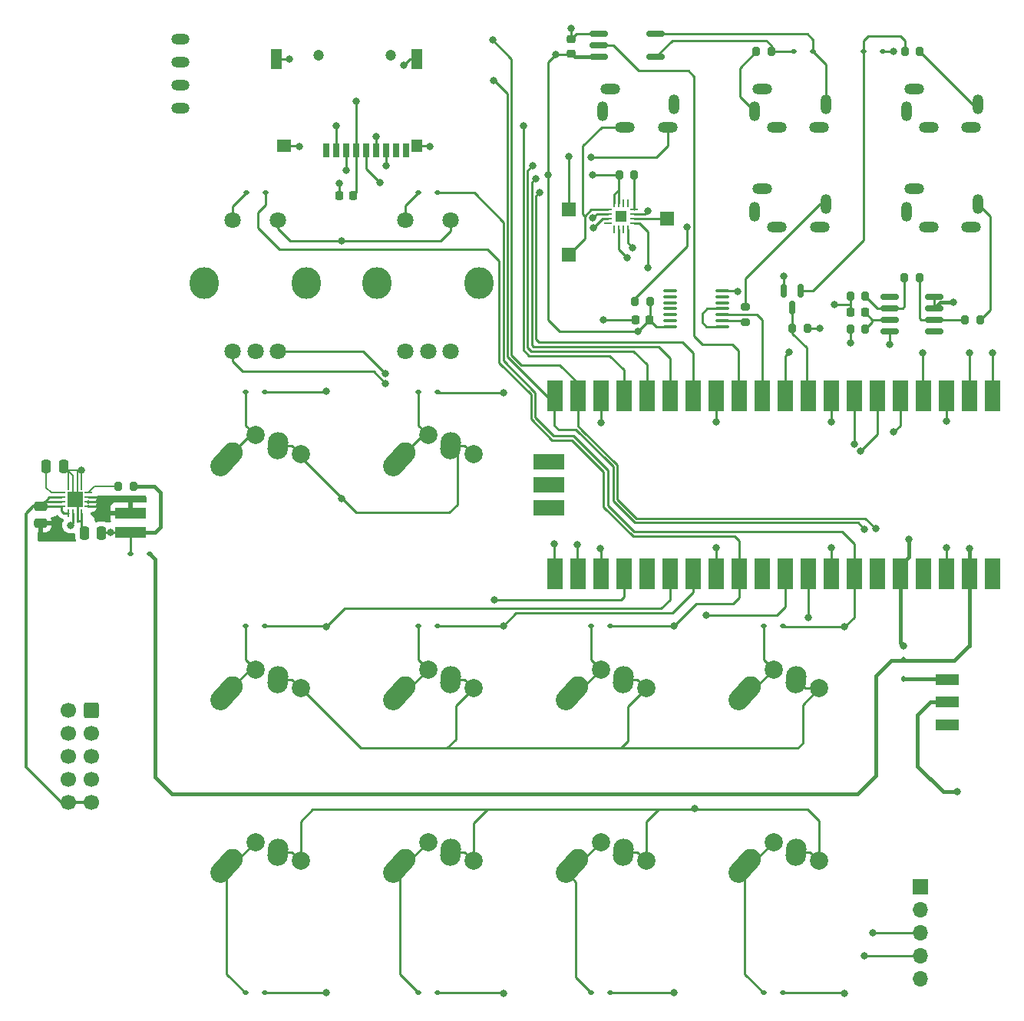
<source format=gbr>
%TF.GenerationSoftware,KiCad,Pcbnew,7.0.2*%
%TF.CreationDate,2023-07-23T02:14:46-06:00*%
%TF.ProjectId,dc31,64633331-2e6b-4696-9361-645f70636258,1.1*%
%TF.SameCoordinates,Original*%
%TF.FileFunction,Copper,L1,Top*%
%TF.FilePolarity,Positive*%
%FSLAX46Y46*%
G04 Gerber Fmt 4.6, Leading zero omitted, Abs format (unit mm)*
G04 Created by KiCad (PCBNEW 7.0.2) date 2023-07-23 02:14:46*
%MOMM*%
%LPD*%
G01*
G04 APERTURE LIST*
G04 Aperture macros list*
%AMRoundRect*
0 Rectangle with rounded corners*
0 $1 Rounding radius*
0 $2 $3 $4 $5 $6 $7 $8 $9 X,Y pos of 4 corners*
0 Add a 4 corners polygon primitive as box body*
4,1,4,$2,$3,$4,$5,$6,$7,$8,$9,$2,$3,0*
0 Add four circle primitives for the rounded corners*
1,1,$1+$1,$2,$3*
1,1,$1+$1,$4,$5*
1,1,$1+$1,$6,$7*
1,1,$1+$1,$8,$9*
0 Add four rect primitives between the rounded corners*
20,1,$1+$1,$2,$3,$4,$5,0*
20,1,$1+$1,$4,$5,$6,$7,0*
20,1,$1+$1,$6,$7,$8,$9,0*
20,1,$1+$1,$8,$9,$2,$3,0*%
%AMHorizOval*
0 Thick line with rounded ends*
0 $1 width*
0 $2 $3 position (X,Y) of the first rounded end (center of the circle)*
0 $4 $5 position (X,Y) of the second rounded end (center of the circle)*
0 Add line between two ends*
20,1,$1,$2,$3,$4,$5,0*
0 Add two circle primitives to create the rounded ends*
1,1,$1,$2,$3*
1,1,$1,$4,$5*%
G04 Aperture macros list end*
%TA.AperFunction,ComponentPad*%
%ADD10O,1.200000X2.200000*%
%TD*%
%TA.AperFunction,ComponentPad*%
%ADD11O,2.200000X1.200000*%
%TD*%
%TA.AperFunction,ComponentPad*%
%ADD12C,2.000000*%
%TD*%
%TA.AperFunction,ComponentPad*%
%ADD13C,2.250000*%
%TD*%
%TA.AperFunction,ComponentPad*%
%ADD14HorizOval,2.250000X0.654995X0.730004X-0.654995X-0.730004X0*%
%TD*%
%TA.AperFunction,ComponentPad*%
%ADD15HorizOval,2.250000X0.025506X0.374132X-0.025506X-0.374132X0*%
%TD*%
%TA.AperFunction,SMDPad,CuDef*%
%ADD16RoundRect,0.112500X0.187500X0.112500X-0.187500X0.112500X-0.187500X-0.112500X0.187500X-0.112500X0*%
%TD*%
%TA.AperFunction,SMDPad,CuDef*%
%ADD17RoundRect,0.200000X0.200000X0.275000X-0.200000X0.275000X-0.200000X-0.275000X0.200000X-0.275000X0*%
%TD*%
%TA.AperFunction,ComponentPad*%
%ADD18C,1.800000*%
%TD*%
%TA.AperFunction,ComponentPad*%
%ADD19O,3.200000X3.500000*%
%TD*%
%TA.AperFunction,SMDPad,CuDef*%
%ADD20RoundRect,0.200000X-0.200000X-0.275000X0.200000X-0.275000X0.200000X0.275000X-0.200000X0.275000X0*%
%TD*%
%TA.AperFunction,SMDPad,CuDef*%
%ADD21RoundRect,0.250000X-0.250000X-0.475000X0.250000X-0.475000X0.250000X0.475000X-0.250000X0.475000X0*%
%TD*%
%TA.AperFunction,ComponentPad*%
%ADD22R,1.700000X1.700000*%
%TD*%
%TA.AperFunction,ComponentPad*%
%ADD23O,1.700000X1.700000*%
%TD*%
%TA.AperFunction,SMDPad,CuDef*%
%ADD24R,3.500000X1.700000*%
%TD*%
%TA.AperFunction,SMDPad,CuDef*%
%ADD25R,1.700000X3.500000*%
%TD*%
%TA.AperFunction,SMDPad,CuDef*%
%ADD26RoundRect,0.160000X0.840000X0.160000X-0.840000X0.160000X-0.840000X-0.160000X0.840000X-0.160000X0*%
%TD*%
%TA.AperFunction,SMDPad,CuDef*%
%ADD27RoundRect,0.225000X0.250000X-0.225000X0.250000X0.225000X-0.250000X0.225000X-0.250000X-0.225000X0*%
%TD*%
%TA.AperFunction,SMDPad,CuDef*%
%ADD28RoundRect,0.150000X-0.150000X0.587500X-0.150000X-0.587500X0.150000X-0.587500X0.150000X0.587500X0*%
%TD*%
%TA.AperFunction,SMDPad,CuDef*%
%ADD29RoundRect,0.150000X-0.825000X-0.150000X0.825000X-0.150000X0.825000X0.150000X-0.825000X0.150000X0*%
%TD*%
%TA.AperFunction,SMDPad,CuDef*%
%ADD30R,3.400000X1.300000*%
%TD*%
%TA.AperFunction,SMDPad,CuDef*%
%ADD31R,1.500000X1.500000*%
%TD*%
%TA.AperFunction,SMDPad,CuDef*%
%ADD32RoundRect,0.112500X-0.112500X0.187500X-0.112500X-0.187500X0.112500X-0.187500X0.112500X0.187500X0*%
%TD*%
%TA.AperFunction,SMDPad,CuDef*%
%ADD33RoundRect,0.225000X0.225000X0.250000X-0.225000X0.250000X-0.225000X-0.250000X0.225000X-0.250000X0*%
%TD*%
%TA.AperFunction,ComponentPad*%
%ADD34C,0.500000*%
%TD*%
%TA.AperFunction,SMDPad,CuDef*%
%ADD35R,1.680000X1.680000*%
%TD*%
%TA.AperFunction,SMDPad,CuDef*%
%ADD36RoundRect,0.062500X0.062500X0.350000X-0.062500X0.350000X-0.062500X-0.350000X0.062500X-0.350000X0*%
%TD*%
%TA.AperFunction,SMDPad,CuDef*%
%ADD37RoundRect,0.062500X0.350000X0.062500X-0.350000X0.062500X-0.350000X-0.062500X0.350000X-0.062500X0*%
%TD*%
%TA.AperFunction,SMDPad,CuDef*%
%ADD38R,2.500000X1.250000*%
%TD*%
%TA.AperFunction,SMDPad,CuDef*%
%ADD39RoundRect,0.112500X-0.187500X-0.112500X0.187500X-0.112500X0.187500X0.112500X-0.187500X0.112500X0*%
%TD*%
%TA.AperFunction,SMDPad,CuDef*%
%ADD40RoundRect,0.200000X-0.275000X0.200000X-0.275000X-0.200000X0.275000X-0.200000X0.275000X0.200000X0*%
%TD*%
%TA.AperFunction,SMDPad,CuDef*%
%ADD41R,1.230000X1.230000*%
%TD*%
%TA.AperFunction,SMDPad,CuDef*%
%ADD42RoundRect,0.100000X0.637500X0.100000X-0.637500X0.100000X-0.637500X-0.100000X0.637500X-0.100000X0*%
%TD*%
%TA.AperFunction,SMDPad,CuDef*%
%ADD43R,1.200000X2.200000*%
%TD*%
%TA.AperFunction,SMDPad,CuDef*%
%ADD44R,1.600000X1.400000*%
%TD*%
%TA.AperFunction,SMDPad,CuDef*%
%ADD45R,1.200000X1.400000*%
%TD*%
%TA.AperFunction,SMDPad,CuDef*%
%ADD46R,0.700000X1.600000*%
%TD*%
%TA.AperFunction,WasherPad*%
%ADD47C,1.200000*%
%TD*%
%TA.AperFunction,ComponentPad*%
%ADD48O,2.000000X1.200000*%
%TD*%
%TA.AperFunction,SMDPad,CuDef*%
%ADD49RoundRect,0.250000X-0.475000X0.250000X-0.475000X-0.250000X0.475000X-0.250000X0.475000X0.250000X0*%
%TD*%
%TA.AperFunction,SMDPad,CuDef*%
%ADD50RoundRect,0.250000X0.250000X0.475000X-0.250000X0.475000X-0.250000X-0.475000X0.250000X-0.475000X0*%
%TD*%
%TA.AperFunction,SMDPad,CuDef*%
%ADD51RoundRect,0.225000X-0.225000X-0.250000X0.225000X-0.250000X0.225000X0.250000X-0.225000X0.250000X0*%
%TD*%
%TA.AperFunction,ComponentPad*%
%ADD52RoundRect,0.250000X0.600000X0.600000X-0.600000X0.600000X-0.600000X-0.600000X0.600000X-0.600000X0*%
%TD*%
%TA.AperFunction,ComponentPad*%
%ADD53C,1.700000*%
%TD*%
%TA.AperFunction,ViaPad*%
%ADD54C,0.800000*%
%TD*%
%TA.AperFunction,Conductor*%
%ADD55C,0.254000*%
%TD*%
%TA.AperFunction,Conductor*%
%ADD56C,0.203200*%
%TD*%
%TA.AperFunction,Conductor*%
%ADD57C,0.381000*%
%TD*%
%TA.AperFunction,Conductor*%
%ADD58C,0.304800*%
%TD*%
G04 APERTURE END LIST*
D10*
%TO.P,J8,1*%
%TO.N,Net-(U3-OUTN)*%
X162025895Y-51610000D03*
D11*
%TO.P,J8,2*%
%TO.N,unconnected-(J8-Pad2)*%
X162875895Y-49090000D03*
%TO.P,J8,3*%
%TO.N,Net-(J8-Pad3)*%
X169175895Y-53330000D03*
D10*
%TO.P,J8,4*%
%TO.N,Net-(U3-OUTN)*%
X169925895Y-50810000D03*
D11*
%TO.P,J8,5*%
%TO.N,Net-(U3-OUTP)*%
X164475895Y-53330000D03*
%TD*%
D10*
%TO.P,J6,1*%
%TO.N,Net-(J6-Pad1)*%
X178780000Y-62620000D03*
D11*
%TO.P,J6,2*%
%TO.N,unconnected-(J6-Pad2)*%
X179630000Y-60100000D03*
%TO.P,J6,3*%
%TO.N,unconnected-(J6-Pad3)*%
X185930000Y-64340000D03*
D10*
%TO.P,J6,4*%
%TO.N,Net-(J6-Pad4)*%
X186680000Y-61820000D03*
D11*
%TO.P,J6,5*%
%TO.N,GND*%
X181230000Y-64340000D03*
%TD*%
D10*
%TO.P,J5,1*%
%TO.N,Net-(J5-Pad1)*%
X178770000Y-51610000D03*
D11*
%TO.P,J5,2*%
%TO.N,unconnected-(J5-Pad2)*%
X179620000Y-49090000D03*
%TO.P,J5,3*%
%TO.N,unconnected-(J5-Pad3)*%
X185920000Y-53330000D03*
D10*
%TO.P,J5,4*%
%TO.N,Net-(D16-A)*%
X186670000Y-50810000D03*
D11*
%TO.P,J5,5*%
%TO.N,unconnected-(J5-Pad5)*%
X181220000Y-53330000D03*
%TD*%
D10*
%TO.P,J4,1*%
%TO.N,unconnected-(J4-Pad1)*%
X195514105Y-51610000D03*
D11*
%TO.P,J4,2*%
%TO.N,unconnected-(J4-Pad2)*%
X196364105Y-49090000D03*
%TO.P,J4,3*%
%TO.N,unconnected-(J4-Pad3)*%
X202664105Y-53330000D03*
D10*
%TO.P,J4,4*%
%TO.N,Net-(J4-Pad4)*%
X203414105Y-50810000D03*
D11*
%TO.P,J4,5*%
%TO.N,GND*%
X197964105Y-53330000D03*
%TD*%
D10*
%TO.P,J2,1*%
%TO.N,unconnected-(J2-Pad1)*%
X195514105Y-62630000D03*
D11*
%TO.P,J2,2*%
%TO.N,unconnected-(J2-Pad2)*%
X196364105Y-60110000D03*
%TO.P,J2,3*%
%TO.N,unconnected-(J2-Pad3)*%
X202664105Y-64350000D03*
D10*
%TO.P,J2,4*%
%TO.N,Net-(J2-Pad4)*%
X203414105Y-61830000D03*
D11*
%TO.P,J2,5*%
%TO.N,GND*%
X197964105Y-64350000D03*
%TD*%
D12*
%TO.P,SW1,2,2*%
%TO.N,Net-(D1-A)*%
X123710000Y-113180000D03*
D13*
X121210000Y-115080000D03*
D14*
X120554995Y-115809996D03*
D12*
%TO.P,SW1,1,1*%
%TO.N,C0*%
X128710000Y-115280000D03*
D15*
X126220000Y-114330000D03*
%TD*%
D16*
%TO.P,D11,1,K*%
%TO.N,R2*%
X124837500Y-60540000D03*
%TO.P,D11,2,A*%
%TO.N,ENC1_SW*%
X122737500Y-60540000D03*
%TD*%
D17*
%TO.P,R5,2*%
%TO.N,Net-(D13-K)*%
X195365000Y-44980000D03*
%TO.P,R5,1*%
%TO.N,Net-(J4-Pad4)*%
X197015000Y-44980000D03*
%TD*%
D18*
%TO.P,SW12,S2,S2*%
%TO.N,C2*%
X145260000Y-63560000D03*
%TO.P,SW12,S1,S1*%
%TO.N,ENC2_SW*%
X140260000Y-63560000D03*
%TO.P,SW12,C,C*%
%TO.N,GND*%
X142760000Y-78060000D03*
%TO.P,SW12,B,B*%
%TO.N,ENC2_B*%
X145260000Y-78060000D03*
%TO.P,SW12,A,A*%
%TO.N,ENC2_A*%
X140260000Y-78060000D03*
D19*
%TO.P,SW12,1*%
%TO.N,N/C*%
X148360000Y-70560000D03*
X137160000Y-70560000D03*
%TD*%
D20*
%TO.P,R11,1*%
%TO.N,Net-(U6-PG)*%
X108625000Y-92990000D03*
%TO.P,R11,2*%
%TO.N,+5V*%
X110275000Y-92990000D03*
%TD*%
D21*
%TO.P,C3,1*%
%TO.N,Net-(U6-SS{slash}TR)*%
X100640000Y-90750000D03*
%TO.P,C3,2*%
%TO.N,GND*%
X102540000Y-90750000D03*
%TD*%
D16*
%TO.P,D2,1,K*%
%TO.N,R1*%
X143787500Y-108380000D03*
%TO.P,D2,2,A*%
%TO.N,Net-(D2-A)*%
X141687500Y-108380000D03*
%TD*%
D22*
%TO.P,J3,1,Pin_1*%
%TO.N,+3V3*%
X197070000Y-137139600D03*
D23*
%TO.P,J3,2,Pin_2*%
%TO.N,GND*%
X197070000Y-139679600D03*
%TO.P,J3,3,Pin_3*%
%TO.N,SDA*%
X197070000Y-142219600D03*
%TO.P,J3,4,Pin_4*%
%TO.N,SCL*%
X197070000Y-144759600D03*
%TO.P,J3,5,Pin_5*%
%TO.N,RGB*%
X197070000Y-147299600D03*
%TD*%
D24*
%TO.P,U1,43,SWDIO*%
%TO.N,unconnected-(U1-SWDIO-Pad43)*%
X156070000Y-95350000D03*
%TO.P,U1,42,GND*%
%TO.N,unconnected-(U1-GND-Pad42)*%
X156070000Y-92810000D03*
%TO.P,U1,41,SWCLK*%
%TO.N,unconnected-(U1-SWCLK-Pad41)*%
X156070000Y-90270000D03*
D25*
%TO.P,U1,40,VBUS*%
%TO.N,unconnected-(U1-VBUS-Pad40)*%
X205000000Y-102600000D03*
%TO.P,U1,39,VSYS*%
%TO.N,VCC*%
X202460000Y-102600000D03*
%TO.P,U1,38,GND*%
%TO.N,GND*%
X199920000Y-102600000D03*
%TO.P,U1,37,3V3_EN*%
%TO.N,unconnected-(U1-3V3_EN-Pad37)*%
X197380000Y-102600000D03*
%TO.P,U1,36,3V3*%
%TO.N,+3V3*%
X194840000Y-102600000D03*
%TO.P,U1,35,ADC_VREF*%
%TO.N,unconnected-(U1-ADC_VREF-Pad35)*%
X192300000Y-102600000D03*
%TO.P,U1,34,GPIO28_ADC2*%
%TO.N,R3*%
X189760000Y-102600000D03*
%TO.P,U1,33,AGND*%
%TO.N,GND*%
X187220000Y-102600000D03*
%TO.P,U1,32,GPIO27_ADC1*%
%TO.N,C0*%
X184680000Y-102600000D03*
%TO.P,U1,31,GPIO26_ADC0*%
%TO.N,C1*%
X182140000Y-102600000D03*
%TO.P,U1,30,RUN*%
%TO.N,unconnected-(U1-RUN-Pad30)*%
X179600000Y-102600000D03*
%TO.P,U1,29,GPIO22*%
%TO.N,R2*%
X177060000Y-102600000D03*
%TO.P,U1,28,GND*%
%TO.N,GND*%
X174520000Y-102600000D03*
%TO.P,U1,27,GPIO21*%
%TO.N,R1*%
X171980000Y-102600000D03*
%TO.P,U1,26,GPIO20*%
%TO.N,R0*%
X169440000Y-102600000D03*
%TO.P,U1,25,GPIO19*%
%TO.N,unconnected-(U1-GPIO19-Pad25)*%
X166900000Y-102600000D03*
%TO.P,U1,24,GPIO18*%
%TO.N,C2*%
X164360000Y-102600000D03*
%TO.P,U1,23,GND*%
%TO.N,GND*%
X161820000Y-102600000D03*
%TO.P,U1,22,GPIO17*%
%TO.N,ENC1_B*%
X159280000Y-102600000D03*
%TO.P,U1,21,GPIO16*%
%TO.N,ENC1_A*%
X156740000Y-102600000D03*
%TO.P,U1,20,GPIO15*%
%TO.N,SCL*%
X156740000Y-83020000D03*
%TO.P,U1,19,GPIO14*%
%TO.N,SDA*%
X159280000Y-83020000D03*
%TO.P,U1,18,GND*%
%TO.N,GND*%
X161820000Y-83020000D03*
%TO.P,U1,17,GPIO13*%
%TO.N,SD_CS*%
X164360000Y-83020000D03*
%TO.P,U1,16,GPIO12*%
%TO.N,SD_MISO*%
X166900000Y-83020000D03*
%TO.P,U1,15,GPIO11*%
%TO.N,SD_MOSI*%
X169440000Y-83020000D03*
%TO.P,U1,14,GPIO10*%
%TO.N,SD_SCK*%
X171980000Y-83020000D03*
%TO.P,U1,13,GND*%
%TO.N,GND*%
X174520000Y-83020000D03*
%TO.P,U1,12,GPIO9*%
%TO.N,MIDI_IN*%
X177060000Y-83020000D03*
%TO.P,U1,11,GPIO8*%
%TO.N,MIDI_OUT*%
X179600000Y-83020000D03*
%TO.P,U1,10,GPIO7*%
%TO.N,SYNC_OUT*%
X182140000Y-83020000D03*
%TO.P,U1,9,GPIO6*%
%TO.N,SYNC_IN*%
X184680000Y-83020000D03*
%TO.P,U1,8,GND*%
%TO.N,GND*%
X187220000Y-83020000D03*
%TO.P,U1,7,GPIO5*%
%TO.N,ENC2_B*%
X189760000Y-83020000D03*
%TO.P,U1,6,GPIO4*%
%TO.N,ENC2_A*%
X192300000Y-83020000D03*
%TO.P,U1,5,GPIO3*%
%TO.N,RGB*%
X194840000Y-83020000D03*
%TO.P,U1,4,GPIO2*%
%TO.N,I2S_DIN*%
X197380000Y-83020000D03*
%TO.P,U1,3,GND*%
%TO.N,GND*%
X199920000Y-83020000D03*
%TO.P,U1,2,GPIO1*%
%TO.N,I2S_LRCLK*%
X202460000Y-83020000D03*
%TO.P,U1,1,GPIO0*%
%TO.N,I2S_BCLK*%
X205000000Y-83020000D03*
%TD*%
D16*
%TO.P,D14,1,K*%
%TO.N,VCC*%
X112070000Y-100410000D03*
%TO.P,D14,2,A*%
%TO.N,+5V*%
X109970000Y-100410000D03*
%TD*%
D12*
%TO.P,SW8,2,2*%
%TO.N,Net-(D8-A)*%
X180860000Y-132230000D03*
D13*
X178360000Y-134130000D03*
D14*
X177704995Y-134859996D03*
D12*
%TO.P,SW8,1,1*%
%TO.N,C1*%
X185860000Y-134330000D03*
D15*
X183370000Y-133380000D03*
%TD*%
D16*
%TO.P,D4,1,K*%
%TO.N,R3*%
X181887500Y-108380000D03*
%TO.P,D4,2,A*%
%TO.N,Net-(D4-A)*%
X179787500Y-108380000D03*
%TD*%
D26*
%TO.P,U5,1*%
%TO.N,Net-(D16-K)*%
X167870000Y-45590000D03*
%TO.P,U5,3*%
%TO.N,Net-(D16-A)*%
X167870000Y-43050000D03*
%TO.P,U5,4,GND*%
%TO.N,GND*%
X161570000Y-43050000D03*
%TO.P,U5,5*%
%TO.N,MIDI_IN*%
X161570000Y-44320000D03*
%TO.P,U5,6,VCC*%
%TO.N,+3V3*%
X161570000Y-45590000D03*
%TD*%
D27*
%TO.P,C5,1*%
%TO.N,+3V3*%
X158570000Y-45195000D03*
%TO.P,C5,2*%
%TO.N,GND*%
X158570000Y-43645000D03*
%TD*%
D20*
%TO.P,R7,1*%
%TO.N,+3V3*%
X163835000Y-58570000D03*
%TO.P,R7,2*%
%TO.N,Net-(U3-~{SD_MODE})*%
X165485000Y-58570000D03*
%TD*%
D17*
%TO.P,R2,1*%
%TO.N,Net-(R1-Pad2)*%
X196975000Y-69980000D03*
%TO.P,R2,2*%
%TO.N,Net-(U2--)*%
X195325000Y-69980000D03*
%TD*%
D28*
%TO.P,Q1,1,B*%
%TO.N,Net-(D13-K)*%
X183870000Y-71352500D03*
%TO.P,Q1,2,E*%
%TO.N,GND*%
X181970000Y-71352500D03*
%TO.P,Q1,3,C*%
%TO.N,SYNC_IN*%
X182920000Y-73227500D03*
%TD*%
D17*
%TO.P,R1,2*%
%TO.N,Net-(R1-Pad2)*%
X202000000Y-74605000D03*
%TO.P,R1,1*%
%TO.N,Net-(J2-Pad4)*%
X203650000Y-74605000D03*
%TD*%
D29*
%TO.P,U2,1,NC*%
%TO.N,unconnected-(U2-NC-Pad1)*%
X193660000Y-72050000D03*
%TO.P,U2,2,-*%
%TO.N,Net-(U2--)*%
X193660000Y-73320000D03*
%TO.P,U2,3,+*%
%TO.N,Net-(U2-+)*%
X193660000Y-74590000D03*
%TO.P,U2,4,V-*%
%TO.N,GND*%
X193660000Y-75860000D03*
%TO.P,U2,5,NC*%
%TO.N,unconnected-(U2-NC-Pad5)*%
X198610000Y-75860000D03*
%TO.P,U2,6*%
%TO.N,Net-(R1-Pad2)*%
X198610000Y-74590000D03*
%TO.P,U2,7,V+*%
%TO.N,VCC*%
X198610000Y-73320000D03*
%TO.P,U2,8,~{SHDN}*%
X198610000Y-72050000D03*
%TD*%
D12*
%TO.P,SW7,2,2*%
%TO.N,Net-(D7-A)*%
X161810000Y-132230000D03*
D13*
X159310000Y-134130000D03*
D14*
X158654995Y-134859996D03*
D12*
%TO.P,SW7,1,1*%
%TO.N,C1*%
X166810000Y-134330000D03*
D15*
X164320000Y-133380000D03*
%TD*%
D16*
%TO.P,D5,1,K*%
%TO.N,R0*%
X124737500Y-148880000D03*
%TO.P,D5,2,A*%
%TO.N,Net-(D5-A)*%
X122637500Y-148880000D03*
%TD*%
D12*
%TO.P,SW3,2,2*%
%TO.N,Net-(D3-A)*%
X161810000Y-113180000D03*
D13*
X159310000Y-115080000D03*
D14*
X158654995Y-115809996D03*
D12*
%TO.P,SW3,1,1*%
%TO.N,C0*%
X166810000Y-115280000D03*
D15*
X164320000Y-114330000D03*
%TD*%
D30*
%TO.P,L1,1*%
%TO.N,Net-(L1-Pad1)*%
X109970000Y-95930000D03*
%TO.P,L1,2*%
%TO.N,+5V*%
X109970000Y-98030000D03*
%TD*%
D31*
%TO.P,TP4,1,1*%
%TO.N,Net-(U3-OUTP)*%
X158290000Y-67370000D03*
%TD*%
D16*
%TO.P,D10,1,K*%
%TO.N,R1*%
X143810000Y-82540000D03*
%TO.P,D10,2,A*%
%TO.N,Net-(D10-A)*%
X141710000Y-82540000D03*
%TD*%
D12*
%TO.P,SW2,2,2*%
%TO.N,Net-(D2-A)*%
X142760000Y-113180000D03*
D13*
X140260000Y-115080000D03*
D14*
X139604995Y-115809996D03*
D12*
%TO.P,SW2,1,1*%
%TO.N,C0*%
X147760000Y-115280000D03*
D15*
X145270000Y-114330000D03*
%TD*%
D32*
%TO.P,D15,1,K*%
%TO.N,VCC*%
X195240000Y-112140000D03*
%TO.P,D15,2,A*%
%TO.N,Net-(D15-A)*%
X195240000Y-114240000D03*
%TD*%
D33*
%TO.P,C6,1*%
%TO.N,+3V3*%
X167180000Y-74590000D03*
%TO.P,C6,2*%
%TO.N,GND*%
X165630000Y-74590000D03*
%TD*%
D34*
%TO.P,U6,17,EP*%
%TO.N,GND*%
X103220000Y-93847500D03*
X103220000Y-95027500D03*
D35*
X103810000Y-94437500D03*
D34*
X104400000Y-93847500D03*
X104400000Y-95027500D03*
D36*
%TO.P,U6,16,PGND*%
X104560000Y-95900000D03*
%TO.P,U6,15,PGND*%
X104060000Y-95900000D03*
%TO.P,U6,14,VOS*%
%TO.N,+5V*%
X103560000Y-95900000D03*
%TO.P,U6,13,EN*%
%TO.N,+12V*%
X103060000Y-95900000D03*
D37*
%TO.P,U6,12,PVIN*%
X102347500Y-95187500D03*
%TO.P,U6,11,PVIN*%
X102347500Y-94687500D03*
%TO.P,U6,10,AVIN*%
X102347500Y-94187500D03*
%TO.P,U6,9,SS/TR*%
%TO.N,Net-(U6-SS{slash}TR)*%
X102347500Y-93687500D03*
D36*
%TO.P,U6,8,DEF*%
%TO.N,GND*%
X103060000Y-92975000D03*
%TO.P,U6,7,FSW*%
X103560000Y-92975000D03*
%TO.P,U6,6,AGND*%
X104060000Y-92975000D03*
%TO.P,U6,5,FB*%
X104560000Y-92975000D03*
D37*
%TO.P,U6,4,PG*%
%TO.N,Net-(U6-PG)*%
X105272500Y-93687500D03*
%TO.P,U6,3,SW*%
%TO.N,Net-(L1-Pad1)*%
X105272500Y-94187500D03*
%TO.P,U6,2,SW*%
X105272500Y-94687500D03*
%TO.P,U6,1,SW*%
X105272500Y-95187500D03*
%TD*%
D20*
%TO.P,R9,2*%
%TO.N,+3V3*%
X167230000Y-72550000D03*
%TO.P,R9,1*%
%TO.N,Net-(J6-Pad1)*%
X165580000Y-72550000D03*
%TD*%
D17*
%TO.P,R4,1*%
%TO.N,Net-(U2-+)*%
X190985000Y-75585000D03*
%TO.P,R4,2*%
%TO.N,SYNC_OUT*%
X189335000Y-75585000D03*
%TD*%
D31*
%TO.P,TP5,1,1*%
%TO.N,Net-(J8-Pad3)*%
X158260000Y-62420000D03*
%TD*%
D20*
%TO.P,R3,1*%
%TO.N,GND*%
X189345000Y-71995000D03*
%TO.P,R3,2*%
%TO.N,Net-(U2--)*%
X190995000Y-71995000D03*
%TD*%
%TO.P,R10,2*%
%TO.N,Net-(D16-K)*%
X180635000Y-44980000D03*
%TO.P,R10,1*%
%TO.N,Net-(J5-Pad1)*%
X178985000Y-44980000D03*
%TD*%
D12*
%TO.P,SW5,2,2*%
%TO.N,Net-(D5-A)*%
X123710000Y-132230000D03*
D13*
X121210000Y-134130000D03*
D14*
X120554995Y-134859996D03*
D12*
%TO.P,SW5,1,1*%
%TO.N,C1*%
X128710000Y-134330000D03*
D15*
X126220000Y-133380000D03*
%TD*%
D12*
%TO.P,SW9,2,2*%
%TO.N,Net-(D9-A)*%
X123710000Y-87340000D03*
D13*
X121210000Y-89240000D03*
D14*
X120554995Y-89969996D03*
D12*
%TO.P,SW9,1,1*%
%TO.N,C2*%
X128710000Y-89440000D03*
D15*
X126220000Y-88490000D03*
%TD*%
D16*
%TO.P,D8,1,K*%
%TO.N,R3*%
X181887500Y-148880000D03*
%TO.P,D8,2,A*%
%TO.N,Net-(D8-A)*%
X179787500Y-148880000D03*
%TD*%
D31*
%TO.P,TP1,1,1*%
%TO.N,Net-(U3-GAIN_SLOT)*%
X169130000Y-63410000D03*
%TD*%
D38*
%TO.P,SW14,3,C*%
%TO.N,Net-(D15-A)*%
X199985000Y-114270000D03*
%TO.P,SW14,2,B*%
%TO.N,Net-(SW14-B)*%
X199985000Y-116770000D03*
%TO.P,SW14,1,A*%
%TO.N,unconnected-(SW14-A-Pad1)*%
X199985000Y-119270000D03*
%TD*%
D39*
%TO.P,D13,1,K*%
%TO.N,Net-(D13-K)*%
X190790000Y-44980000D03*
%TO.P,D13,2,A*%
%TO.N,GND*%
X192890000Y-44980000D03*
%TD*%
D16*
%TO.P,D7,1,K*%
%TO.N,R2*%
X162837500Y-148880000D03*
%TO.P,D7,2,A*%
%TO.N,Net-(D7-A)*%
X160737500Y-148880000D03*
%TD*%
D18*
%TO.P,SW11,S2,S2*%
%TO.N,C2*%
X126210000Y-63560000D03*
%TO.P,SW11,S1,S1*%
%TO.N,ENC1_SW*%
X121210000Y-63560000D03*
%TO.P,SW11,C,C*%
%TO.N,GND*%
X123710000Y-78060000D03*
%TO.P,SW11,B,B*%
%TO.N,ENC1_B*%
X126210000Y-78060000D03*
%TO.P,SW11,A,A*%
%TO.N,ENC1_A*%
X121210000Y-78060000D03*
D19*
%TO.P,SW11,1*%
%TO.N,N/C*%
X129310000Y-70560000D03*
X118110000Y-70560000D03*
%TD*%
D40*
%TO.P,R8,2*%
%TO.N,Net-(R8-Pad2)*%
X177770000Y-74845000D03*
%TO.P,R8,1*%
%TO.N,Net-(J6-Pad4)*%
X177770000Y-73195000D03*
%TD*%
D41*
%TO.P,U3,17*%
%TO.N,N/C*%
X164020000Y-63170000D03*
D36*
%TO.P,U3,16,BCLK*%
%TO.N,I2S_BCLK*%
X164770000Y-64607500D03*
%TO.P,U3,15*%
%TO.N,N/C*%
X164270000Y-64607500D03*
%TO.P,U3,14,LRCLK*%
%TO.N,I2S_LRCLK*%
X163770000Y-64607500D03*
%TO.P,U3,13,NC*%
%TO.N,unconnected-(U3-NC-Pad13)*%
X163270000Y-64607500D03*
D37*
%TO.P,U3,12,NC*%
%TO.N,unconnected-(U3-NC-Pad12)*%
X162582500Y-63920000D03*
%TO.P,U3,11,GND*%
%TO.N,GND*%
X162582500Y-63420000D03*
%TO.P,U3,10,OUTN*%
%TO.N,Net-(U3-OUTN)*%
X162582500Y-62920000D03*
%TO.P,U3,9,OUTP*%
%TO.N,Net-(U3-OUTP)*%
X162582500Y-62420000D03*
D36*
%TO.P,U3,8,Vdd*%
%TO.N,+3V3*%
X163270000Y-61732500D03*
%TO.P,U3,7,Vdd*%
X163770000Y-61732500D03*
%TO.P,U3,6,NC*%
%TO.N,unconnected-(U3-NC-Pad6)*%
X164270000Y-61732500D03*
%TO.P,U3,5,NC*%
%TO.N,unconnected-(U3-NC-Pad5)*%
X164770000Y-61732500D03*
D37*
%TO.P,U3,4,~{SD_MODE}*%
%TO.N,Net-(U3-~{SD_MODE})*%
X165457500Y-62420000D03*
%TO.P,U3,3,GND*%
%TO.N,GND*%
X165457500Y-62920000D03*
%TO.P,U3,2,GAIN_SLOT*%
%TO.N,Net-(U3-GAIN_SLOT)*%
X165457500Y-63420000D03*
%TO.P,U3,1,DIN*%
%TO.N,I2S_DIN*%
X165457500Y-63920000D03*
%TD*%
D16*
%TO.P,D1,1,K*%
%TO.N,R0*%
X124737500Y-108380000D03*
%TO.P,D1,2,A*%
%TO.N,Net-(D1-A)*%
X122637500Y-108380000D03*
%TD*%
D39*
%TO.P,D16,1,K*%
%TO.N,Net-(D16-K)*%
X183130000Y-44980000D03*
%TO.P,D16,2,A*%
%TO.N,Net-(D16-A)*%
X185230000Y-44980000D03*
%TD*%
D42*
%TO.P,U4,14,VCC*%
%TO.N,+3V3*%
X169500000Y-75320000D03*
%TO.P,U4,13*%
%TO.N,N/C*%
X169500000Y-74670000D03*
%TO.P,U4,12*%
X169500000Y-74020000D03*
%TO.P,U4,11*%
X169500000Y-73370000D03*
%TO.P,U4,10*%
X169500000Y-72720000D03*
%TO.P,U4,9*%
X169500000Y-72070000D03*
%TO.P,U4,8*%
X169500000Y-71420000D03*
%TO.P,U4,7,GND*%
%TO.N,GND*%
X175225000Y-71420000D03*
%TO.P,U4,6*%
%TO.N,N/C*%
X175225000Y-72070000D03*
%TO.P,U4,5*%
X175225000Y-72720000D03*
%TO.P,U4,4*%
%TO.N,Net-(U4-Pad1)*%
X175225000Y-73370000D03*
%TO.P,U4,3*%
%TO.N,MIDI_OUT*%
X175225000Y-74020000D03*
%TO.P,U4,2*%
%TO.N,Net-(R8-Pad2)*%
X175225000Y-74670000D03*
%TO.P,U4,1*%
%TO.N,Net-(U4-Pad1)*%
X175225000Y-75320000D03*
%TD*%
D16*
%TO.P,D9,1,K*%
%TO.N,R0*%
X124740000Y-82530000D03*
%TO.P,D9,2,A*%
%TO.N,Net-(D9-A)*%
X122640000Y-82530000D03*
%TD*%
D12*
%TO.P,SW4,2,2*%
%TO.N,Net-(D4-A)*%
X180860000Y-113180000D03*
D13*
X178360000Y-115080000D03*
D14*
X177704995Y-115809996D03*
D12*
%TO.P,SW4,1,1*%
%TO.N,C0*%
X185860000Y-115280000D03*
D15*
X183370000Y-114330000D03*
%TD*%
D43*
%TO.P,J9,10,SHIELD*%
%TO.N,GND*%
X125990000Y-45820000D03*
D44*
X126890000Y-55420000D03*
D43*
X141490000Y-45820000D03*
D45*
X141490000Y-55420000D03*
D46*
%TO.P,J9,9,Cd*%
%TO.N,unconnected-(J9-Cd-Pad9)*%
X140340000Y-55920000D03*
%TO.P,J9,8,RSV*%
%TO.N,unconnected-(J9-RSV-Pad8)*%
X139240000Y-55920000D03*
%TO.P,J9,7,DO*%
%TO.N,SD_MISO*%
X138140000Y-55920000D03*
%TO.P,J9,6,VSS*%
%TO.N,GND*%
X137040000Y-55920000D03*
%TO.P,J9,5,CLK*%
%TO.N,SD_SCK*%
X135940000Y-55920000D03*
%TO.P,J9,4,VDD*%
%TO.N,+3V3*%
X134840000Y-55920000D03*
%TO.P,J9,3,DI*%
%TO.N,SD_MOSI*%
X133740000Y-55920000D03*
%TO.P,J9,2,/CS*%
%TO.N,SD_CS*%
X132640000Y-55920000D03*
%TO.P,J9,1,NC*%
%TO.N,unconnected-(J9-NC-Pad1)*%
X131540000Y-55920000D03*
D47*
%TO.P,J9,*%
%TO.N,*%
X130690000Y-45420000D03*
X138670000Y-45420000D03*
%TD*%
D48*
%TO.P,J1,1,Pin_1*%
%TO.N,GND*%
X115480000Y-51190000D03*
%TO.P,J1,2,Pin_2*%
%TO.N,+3V3*%
X115480000Y-48650000D03*
%TO.P,J1,3,Pin_3*%
%TO.N,SCL*%
X115480000Y-46110000D03*
%TO.P,J1,4,Pin_4*%
%TO.N,SDA*%
X115480000Y-43570000D03*
%TD*%
D49*
%TO.P,C2,1*%
%TO.N,+12V*%
X100000000Y-95160000D03*
%TO.P,C2,2*%
%TO.N,GND*%
X100000000Y-97060000D03*
%TD*%
D16*
%TO.P,D6,1,K*%
%TO.N,R1*%
X143787500Y-148880000D03*
%TO.P,D6,2,A*%
%TO.N,Net-(D6-A)*%
X141687500Y-148880000D03*
%TD*%
%TO.P,D12,1,K*%
%TO.N,R3*%
X143770000Y-60580000D03*
%TO.P,D12,2,A*%
%TO.N,ENC2_SW*%
X141670000Y-60580000D03*
%TD*%
%TO.P,D3,1,K*%
%TO.N,R2*%
X162837500Y-108380000D03*
%TO.P,D3,2,A*%
%TO.N,Net-(D3-A)*%
X160737500Y-108380000D03*
%TD*%
D50*
%TO.P,C7,1*%
%TO.N,+5V*%
X106740000Y-98120000D03*
%TO.P,C7,2*%
%TO.N,GND*%
X104840000Y-98120000D03*
%TD*%
D12*
%TO.P,SW6,2,2*%
%TO.N,Net-(D6-A)*%
X142760000Y-132230000D03*
D13*
X140260000Y-134130000D03*
D14*
X139604995Y-134859996D03*
D12*
%TO.P,SW6,1,1*%
%TO.N,C1*%
X147760000Y-134330000D03*
D15*
X145270000Y-133380000D03*
%TD*%
D51*
%TO.P,C4,1*%
%TO.N,GND*%
X132930000Y-60910000D03*
%TO.P,C4,2*%
%TO.N,+3V3*%
X134480000Y-60910000D03*
%TD*%
D20*
%TO.P,R6,1*%
%TO.N,SYNC_IN*%
X182945000Y-75530000D03*
%TO.P,R6,2*%
%TO.N,+3V3*%
X184595000Y-75530000D03*
%TD*%
D33*
%TO.P,C1,1*%
%TO.N,Net-(U2-+)*%
X190935000Y-73765000D03*
%TO.P,C1,2*%
%TO.N,GND*%
X189385000Y-73765000D03*
%TD*%
D12*
%TO.P,SW10,2,2*%
%TO.N,Net-(D10-A)*%
X142760000Y-87340000D03*
D13*
X140260000Y-89240000D03*
D14*
X139604995Y-89969996D03*
D12*
%TO.P,SW10,1,1*%
%TO.N,C2*%
X147760000Y-89440000D03*
D15*
X145270000Y-88490000D03*
%TD*%
D52*
%TO.P,J7,1,Pin_1*%
%TO.N,unconnected-(J7-Pin_1-Pad1)*%
X105587800Y-117703600D03*
D53*
%TO.P,J7,2,Pin_2*%
%TO.N,unconnected-(J7-Pin_2-Pad2)*%
X103047800Y-117703600D03*
%TO.P,J7,3,Pin_3*%
%TO.N,GND*%
X105587800Y-120243600D03*
%TO.P,J7,4,Pin_4*%
X103047800Y-120243600D03*
%TO.P,J7,5,Pin_5*%
X105587800Y-122783600D03*
%TO.P,J7,6,Pin_6*%
X103047800Y-122783600D03*
%TO.P,J7,7,Pin_7*%
X105587800Y-125323600D03*
%TO.P,J7,8,Pin_8*%
X103047800Y-125323600D03*
%TO.P,J7,9,Pin_9*%
%TO.N,+12V*%
X105587800Y-127863600D03*
%TO.P,J7,10,Pin_10*%
X103047800Y-127863600D03*
%TD*%
D54*
%TO.N,Net-(J6-Pad1)*%
X171320000Y-64350000D03*
%TO.N,Net-(J8-Pad3)*%
X160740000Y-56610000D03*
X158260000Y-56600000D03*
%TO.N,GND*%
X187210000Y-99710000D03*
X187220000Y-85860000D03*
X102620000Y-98550000D03*
X161790000Y-99810000D03*
X128550000Y-55430000D03*
X187620000Y-72910000D03*
X174540000Y-99740000D03*
X127430000Y-45810000D03*
X199920000Y-99740000D03*
X182000000Y-69730000D03*
X140070000Y-46510000D03*
X162090000Y-74580000D03*
X199920000Y-85810000D03*
X132940000Y-59490000D03*
X104560000Y-91180000D03*
X174510000Y-85890000D03*
X161810000Y-85920000D03*
X142980000Y-55440000D03*
X176890000Y-71430000D03*
X158580000Y-42400000D03*
X101530000Y-98550000D03*
X166970000Y-62580000D03*
X160960000Y-64450000D03*
X193680000Y-77330000D03*
X137040000Y-54330000D03*
X194130000Y-44980000D03*
X100480000Y-98560000D03*
%TO.N,+3V3*%
X165870000Y-75900000D03*
X185940000Y-75500000D03*
X195210000Y-110590000D03*
X155960000Y-58570000D03*
X195800000Y-98800000D03*
X134840000Y-50460000D03*
X160940000Y-58570000D03*
X156820000Y-45290000D03*
%TO.N,SD_MOSI*%
X154630000Y-58980000D03*
X133750000Y-58070000D03*
%TO.N,SD_CS*%
X153250000Y-53170000D03*
X132660000Y-53190000D03*
%TO.N,SD_SCK*%
X137490000Y-59450000D03*
X155050000Y-60550000D03*
%TO.N,SD_MISO*%
X138170000Y-57550000D03*
X154280000Y-57540000D03*
%TO.N,+5V*%
X107700000Y-98070000D03*
X103330000Y-97270000D03*
%TO.N,VCC*%
X200690000Y-72650000D03*
X202470000Y-99790000D03*
%TO.N,SCL*%
X190906400Y-144754600D03*
X149990000Y-48150000D03*
X190906400Y-97688400D03*
%TO.N,SDA*%
X149890000Y-43710000D03*
X192125600Y-97663000D03*
X191820800Y-142214600D03*
%TO.N,RGB*%
X194110000Y-86990000D03*
%TO.N,SYNC_OUT*%
X182550000Y-78130000D03*
X189320000Y-77140000D03*
%TO.N,ENC1_A*%
X138060000Y-81630000D03*
X156710000Y-99360000D03*
%TO.N,ENC1_B*%
X159220000Y-99390000D03*
X138090000Y-80560000D03*
%TO.N,I2S_BCLK*%
X165340000Y-66600000D03*
X205020000Y-78250000D03*
%TO.N,I2S_LRCLK*%
X164690000Y-67730000D03*
X202500000Y-78220000D03*
%TO.N,I2S_DIN*%
X167020000Y-68830000D03*
X197350000Y-78280000D03*
%TO.N,Net-(U3-OUTN)*%
X160950000Y-63370000D03*
%TO.N,C0*%
X184670000Y-107490000D03*
%TO.N,C1*%
X173430000Y-107220000D03*
X172160000Y-128530000D03*
%TO.N,C2*%
X133230000Y-94300000D03*
X133220000Y-65900000D03*
X150100000Y-105460000D03*
%TO.N,R3*%
X188690000Y-108480000D03*
X188690000Y-148900000D03*
%TO.N,ENC2_A*%
X190420000Y-89080000D03*
%TO.N,ENC2_B*%
X189740000Y-88310000D03*
%TO.N,R2*%
X169880000Y-108340000D03*
X169880000Y-148860000D03*
%TO.N,R1*%
X151070000Y-82600000D03*
X151070000Y-148900000D03*
X151070000Y-108340000D03*
%TO.N,R0*%
X131560000Y-148860000D03*
X131560000Y-108430000D03*
X131560000Y-82460000D03*
%TO.N,Net-(SW14-B)*%
X201142600Y-126669800D03*
%TD*%
D55*
%TO.N,Net-(J5-Pad1)*%
X177160000Y-50000000D02*
X178770000Y-51610000D01*
X177160000Y-46805000D02*
X177160000Y-50000000D01*
X178985000Y-44980000D02*
X177160000Y-46805000D01*
%TO.N,Net-(D16-A)*%
X186670000Y-46420000D02*
X186670000Y-50810000D01*
X185230000Y-44980000D02*
X186670000Y-46420000D01*
%TO.N,Net-(J4-Pad4)*%
X202845000Y-50810000D02*
X203414105Y-50810000D01*
X197015000Y-44980000D02*
X202845000Y-50810000D01*
%TO.N,Net-(J2-Pad4)*%
X204730000Y-63145895D02*
X203414105Y-61830000D01*
X203650000Y-74605000D02*
X204730000Y-73525000D01*
X204730000Y-73525000D02*
X204730000Y-63145895D01*
%TO.N,Net-(J6-Pad4)*%
X177770000Y-70050000D02*
X177770000Y-70430000D01*
X186680000Y-61820000D02*
X186000000Y-61820000D01*
X186000000Y-61820000D02*
X177770000Y-70050000D01*
%TO.N,Net-(J6-Pad1)*%
X171320000Y-66470000D02*
X171320000Y-64350000D01*
%TO.N,Net-(J8-Pad3)*%
X169175895Y-55354105D02*
X169175895Y-53330000D01*
X160740000Y-56610000D02*
X167920000Y-56610000D01*
X167920000Y-56610000D02*
X169175895Y-55354105D01*
X158260000Y-62420000D02*
X158260000Y-56600000D01*
%TO.N,Net-(U3-OUTP)*%
X161940000Y-53330000D02*
X159850000Y-55420000D01*
X159850000Y-55420000D02*
X159850000Y-62940000D01*
X164475895Y-53330000D02*
X161940000Y-53330000D01*
%TO.N,GND*%
X161820000Y-99840000D02*
X161790000Y-99810000D01*
X125990000Y-45820000D02*
X127420000Y-45820000D01*
X187220000Y-99720000D02*
X187210000Y-99710000D01*
D56*
X103560000Y-94187500D02*
X103810000Y-94437500D01*
D55*
X189385000Y-73765000D02*
X189385000Y-72870000D01*
X132930000Y-59500000D02*
X132940000Y-59490000D01*
X132930000Y-60910000D02*
X132930000Y-59500000D01*
X161820000Y-83920000D02*
X161820000Y-85910000D01*
X187220000Y-83920000D02*
X187220000Y-85860000D01*
D56*
X104060000Y-92975000D02*
X104060000Y-94187500D01*
D55*
X104060000Y-95900000D02*
X104060000Y-94687500D01*
X104560000Y-96790000D02*
X104560000Y-97840000D01*
X165650000Y-74590000D02*
X162042500Y-74590000D01*
D56*
X103060000Y-92975000D02*
X103060000Y-91270000D01*
D55*
X187220000Y-101700000D02*
X187220000Y-99720000D01*
X161820000Y-85910000D02*
X161810000Y-85920000D01*
X162000000Y-63420000D02*
X160970000Y-64450000D01*
X192890000Y-44980000D02*
X194130000Y-44980000D01*
X104560000Y-97840000D02*
X104840000Y-98120000D01*
X181970000Y-71352500D02*
X181970000Y-69760000D01*
X166630000Y-62920000D02*
X166970000Y-62580000D01*
D56*
X102990000Y-91200000D02*
X102540000Y-90750000D01*
D55*
X160970000Y-64450000D02*
X160960000Y-64450000D01*
X159165000Y-43050000D02*
X158570000Y-43645000D01*
X140760000Y-45820000D02*
X140070000Y-46510000D01*
X174520000Y-83920000D02*
X174520000Y-85880000D01*
X189385000Y-72870000D02*
X187660000Y-72870000D01*
D56*
X103060000Y-91270000D02*
X102540000Y-90750000D01*
D55*
X104560000Y-95900000D02*
X104560000Y-96790000D01*
D56*
X104560000Y-92975000D02*
X104560000Y-91200000D01*
D55*
X176900000Y-71420000D02*
X176890000Y-71430000D01*
X104060000Y-94687500D02*
X103810000Y-94437500D01*
X189385000Y-72870000D02*
X189385000Y-72035000D01*
X162582500Y-63420000D02*
X162000000Y-63420000D01*
X137040000Y-55920000D02*
X137040000Y-54330000D01*
D56*
X104060000Y-92975000D02*
X104060000Y-91280000D01*
D55*
X158570000Y-43645000D02*
X158580000Y-43635000D01*
D56*
X104060000Y-94187500D02*
X103810000Y-94437500D01*
D55*
X175225000Y-71420000D02*
X176912500Y-71420000D01*
D56*
X104560000Y-91200000D02*
X104560000Y-91180000D01*
D55*
X104560000Y-96790000D02*
X104100000Y-96790000D01*
X193660000Y-75860000D02*
X193660000Y-77310000D01*
X199920000Y-101700000D02*
X199920000Y-99740000D01*
X161820000Y-101700000D02*
X161820000Y-99840000D01*
D56*
X104560000Y-91180000D02*
X102990000Y-91200000D01*
X103560000Y-91770000D02*
X102540000Y-90750000D01*
D55*
X126890000Y-55420000D02*
X128540000Y-55420000D01*
X158580000Y-43635000D02*
X158580000Y-42400000D01*
X142960000Y-55420000D02*
X142980000Y-55440000D01*
X141490000Y-55420000D02*
X142960000Y-55420000D01*
D56*
X103560000Y-92975000D02*
X103560000Y-94187500D01*
D55*
X187660000Y-72870000D02*
X187620000Y-72910000D01*
X127420000Y-45820000D02*
X127430000Y-45810000D01*
X165457500Y-62920000D02*
X166630000Y-62920000D01*
X104060000Y-96830000D02*
X104060000Y-95900000D01*
X161570000Y-43050000D02*
X159165000Y-43050000D01*
D56*
X103560000Y-92975000D02*
X103560000Y-91770000D01*
D55*
X128540000Y-55420000D02*
X128550000Y-55430000D01*
X181970000Y-69760000D02*
X182000000Y-69730000D01*
X104100000Y-96790000D02*
X104060000Y-96830000D01*
X176912500Y-71420000D02*
X176900000Y-71420000D01*
X174520000Y-101700000D02*
X174520000Y-99760000D01*
X174520000Y-99760000D02*
X174540000Y-99740000D01*
X193660000Y-77310000D02*
X193680000Y-77330000D01*
X189385000Y-72035000D02*
X189345000Y-71995000D01*
X199920000Y-83920000D02*
X199920000Y-85810000D01*
X174520000Y-85880000D02*
X174510000Y-85890000D01*
X141490000Y-45820000D02*
X140760000Y-45820000D01*
%TO.N,+3V3*%
X163270000Y-60750000D02*
X163770000Y-60250000D01*
D57*
X194840000Y-101700000D02*
X195800000Y-100740000D01*
D55*
X134840000Y-55920000D02*
X134840000Y-60550000D01*
X156820000Y-45290000D02*
X155960000Y-46150000D01*
D57*
X195800000Y-100740000D02*
X195800000Y-98800000D01*
D55*
X163835000Y-58570000D02*
X160940000Y-58570000D01*
D57*
X194840000Y-110220000D02*
X195210000Y-110590000D01*
D55*
X163770000Y-60250000D02*
X163770000Y-58635000D01*
X165870000Y-75900000D02*
X167180000Y-74590000D01*
X185940000Y-75500000D02*
X184625000Y-75500000D01*
D57*
X194840000Y-101700000D02*
X194840000Y-110220000D01*
D55*
X163770000Y-61732500D02*
X163770000Y-60250000D01*
X184625000Y-75500000D02*
X184595000Y-75530000D01*
X155960000Y-58570000D02*
X155960000Y-74630000D01*
X157230000Y-75900000D02*
X165870000Y-75900000D01*
X167260000Y-72550000D02*
X167260000Y-74530000D01*
X163270000Y-61732500D02*
X163270000Y-60750000D01*
D57*
X161570000Y-45590000D02*
X158965000Y-45590000D01*
D55*
X155960000Y-46150000D02*
X155960000Y-58570000D01*
X167260000Y-74530000D02*
X167200000Y-74590000D01*
X156820000Y-45290000D02*
X158475000Y-45290000D01*
X158475000Y-45290000D02*
X158570000Y-45195000D01*
X169500000Y-75320000D02*
X167910000Y-75320000D01*
X134840000Y-60550000D02*
X134480000Y-60910000D01*
X155960000Y-74630000D02*
X157230000Y-75900000D01*
X134840000Y-55920000D02*
X134840000Y-50460000D01*
D57*
X158965000Y-45590000D02*
X158570000Y-45195000D01*
D55*
X167910000Y-75320000D02*
X167180000Y-74590000D01*
%TO.N,Net-(U2-+)*%
X191760000Y-74590000D02*
X190935000Y-73765000D01*
X193660000Y-74590000D02*
X191760000Y-74590000D01*
X190985000Y-75585000D02*
X191760000Y-74810000D01*
X191760000Y-74810000D02*
X191760000Y-74590000D01*
%TO.N,+12V*%
X102347500Y-95677500D02*
X102570000Y-95900000D01*
D58*
X104710000Y-127870000D02*
X102330000Y-127870000D01*
D55*
X102320000Y-95160000D02*
X100000000Y-95160000D01*
D58*
X102330000Y-127870000D02*
X98390000Y-123930000D01*
D55*
X102347500Y-95187500D02*
X102320000Y-95160000D01*
D58*
X98390000Y-95980000D02*
X99210000Y-95160000D01*
X99210000Y-95160000D02*
X100000000Y-95160000D01*
D55*
X102347500Y-95187500D02*
X102347500Y-95677500D01*
X102570000Y-95900000D02*
X103060000Y-95900000D01*
X100972500Y-94187500D02*
X100000000Y-95160000D01*
D58*
X98390000Y-123930000D02*
X98390000Y-95980000D01*
D55*
X100472500Y-94687500D02*
X100000000Y-95160000D01*
X102347500Y-94687500D02*
X100472500Y-94687500D01*
X102347500Y-94187500D02*
X100972500Y-94187500D01*
%TO.N,Net-(D10-A)*%
X142760000Y-87340000D02*
X141710000Y-86290000D01*
X141710000Y-86290000D02*
X141710000Y-82540000D01*
X142160000Y-87340000D02*
X140260000Y-89240000D01*
X142760000Y-87340000D02*
X142160000Y-87340000D01*
%TO.N,SD_MOSI*%
X168160000Y-77560000D02*
X154430000Y-77560000D01*
X154430000Y-77560000D02*
X154230000Y-77360000D01*
X169440000Y-83920000D02*
X169440000Y-78840000D01*
X133750000Y-58070000D02*
X133750000Y-55930000D01*
X169440000Y-78840000D02*
X168160000Y-77560000D01*
X154230000Y-77360000D02*
X154230000Y-59380000D01*
X154230000Y-59380000D02*
X154630000Y-58980000D01*
X133750000Y-55930000D02*
X133740000Y-55920000D01*
%TO.N,SD_CS*%
X153260000Y-53180000D02*
X153250000Y-53170000D01*
X132660000Y-53190000D02*
X132660000Y-55900000D01*
X164360000Y-80140000D02*
X162760000Y-78540000D01*
X162760000Y-78540000D02*
X153910000Y-78540000D01*
X164360000Y-83920000D02*
X164360000Y-80140000D01*
X153260000Y-77890000D02*
X153260000Y-53180000D01*
X153910000Y-78540000D02*
X153260000Y-77890000D01*
X132660000Y-55900000D02*
X132640000Y-55920000D01*
D56*
%TO.N,Net-(U6-SS{slash}TR)*%
X102347500Y-93687500D02*
X101177500Y-93687500D01*
X100640000Y-93150000D02*
X100640000Y-90750000D01*
X101177500Y-93687500D02*
X100640000Y-93150000D01*
D55*
%TO.N,SD_SCK*%
X135940000Y-55920000D02*
X135940000Y-57900000D01*
X154684000Y-60916000D02*
X155050000Y-60550000D01*
X154684000Y-76720000D02*
X154684000Y-60916000D01*
X135940000Y-57900000D02*
X137490000Y-59450000D01*
X170810000Y-77060000D02*
X155024000Y-77060000D01*
X171980000Y-83920000D02*
X171980000Y-78230000D01*
X171980000Y-78230000D02*
X170810000Y-77060000D01*
X155024000Y-77060000D02*
X154684000Y-76720000D01*
%TO.N,SD_MISO*%
X153714000Y-76960000D02*
X153714000Y-58106000D01*
X166900000Y-83920000D02*
X166900000Y-79540000D01*
X161060000Y-78050000D02*
X154134000Y-78050000D01*
X138170000Y-57550000D02*
X138170000Y-55950000D01*
X166900000Y-79540000D02*
X165410000Y-78050000D01*
X138170000Y-55950000D02*
X138140000Y-55920000D01*
X153714000Y-77630000D02*
X153714000Y-76960000D01*
X154134000Y-78050000D02*
X153714000Y-77630000D01*
X153714000Y-58106000D02*
X154280000Y-57540000D01*
X165410000Y-78050000D02*
X161060000Y-78050000D01*
%TO.N,+5V*%
X109930000Y-98070000D02*
X109970000Y-98030000D01*
X107700000Y-98070000D02*
X106790000Y-98070000D01*
X106790000Y-98070000D02*
X106740000Y-98120000D01*
D57*
X113210000Y-97470000D02*
X112650000Y-98030000D01*
X112550000Y-92990000D02*
X113210000Y-93650000D01*
X112650000Y-98030000D02*
X109970000Y-98030000D01*
D55*
X109970000Y-98030000D02*
X109970000Y-100410000D01*
X103560000Y-97040000D02*
X103330000Y-97270000D01*
X107700000Y-98070000D02*
X109930000Y-98070000D01*
D57*
X113210000Y-93650000D02*
X113210000Y-97470000D01*
D55*
X103560000Y-95900000D02*
X103560000Y-97040000D01*
D57*
X110275000Y-92990000D02*
X112550000Y-92990000D01*
%TO.N,VCC*%
X112670000Y-125080000D02*
X114480000Y-126890000D01*
X202460000Y-101700000D02*
X202460000Y-99800000D01*
X190150000Y-126890000D02*
X192160000Y-124880000D01*
X200800000Y-112170000D02*
X196970000Y-112170000D01*
X199280000Y-72650000D02*
X198610000Y-73320000D01*
X112670000Y-101010000D02*
X112670000Y-125080000D01*
X192160000Y-124880000D02*
X192160000Y-113850000D01*
D55*
X198610000Y-72050000D02*
X198610000Y-73320000D01*
D57*
X200690000Y-72650000D02*
X199280000Y-72650000D01*
X202460000Y-99800000D02*
X202470000Y-99790000D01*
X114480000Y-126890000D02*
X190150000Y-126890000D01*
X202460000Y-110540000D02*
X202430000Y-110540000D01*
X112070000Y-100410000D02*
X112670000Y-101010000D01*
X202430000Y-110540000D02*
X200800000Y-112170000D01*
X193840000Y-112170000D02*
X196970000Y-112170000D01*
X192160000Y-113850000D02*
X193840000Y-112170000D01*
X202460000Y-101700000D02*
X202460000Y-110540000D01*
%TO.N,Net-(D15-A)*%
X199955000Y-114240000D02*
X199985000Y-114270000D01*
X195240000Y-114240000D02*
X199955000Y-114240000D01*
D55*
%TO.N,Net-(D16-K)*%
X169720000Y-43740000D02*
X167870000Y-45590000D01*
X183130000Y-44980000D02*
X180635000Y-44980000D01*
X180060000Y-43740000D02*
X169720000Y-43740000D01*
X180635000Y-44980000D02*
X180635000Y-44315000D01*
X180635000Y-44315000D02*
X180060000Y-43740000D01*
%TO.N,Net-(D16-A)*%
X184580000Y-43050000D02*
X185230000Y-43700000D01*
X167870000Y-43050000D02*
X184580000Y-43050000D01*
X185230000Y-43700000D02*
X185230000Y-44980000D01*
%TO.N,SCL*%
X162483800Y-90119200D02*
X163169600Y-90805000D01*
X197065000Y-144754600D02*
X197070000Y-144759600D01*
X165582600Y-96977200D02*
X190195200Y-96977200D01*
X163169600Y-90805000D02*
X163169600Y-93319600D01*
X163169600Y-94564200D02*
X165582600Y-96977200D01*
X156718000Y-83942000D02*
X156718000Y-86258400D01*
X151510000Y-49630000D02*
X150030000Y-48150000D01*
X156740000Y-83920000D02*
X151510000Y-78690000D01*
X190195200Y-96977200D02*
X190906400Y-97688400D01*
X151510000Y-78690000D02*
X151510000Y-49630000D01*
X158292800Y-86715600D02*
X159080200Y-86715600D01*
X190906400Y-144754600D02*
X197065000Y-144754600D01*
X157175200Y-86715600D02*
X158292800Y-86715600D01*
X163169600Y-93319600D02*
X163169600Y-94564200D01*
X156718000Y-86258400D02*
X157175200Y-86715600D01*
X159080200Y-86715600D02*
X162483800Y-90119200D01*
X156740000Y-83920000D02*
X156718000Y-83942000D01*
X150030000Y-48150000D02*
X149990000Y-48150000D01*
%TO.N,SDA*%
X163626800Y-94379348D02*
X165770652Y-96523200D01*
X165770652Y-96523200D02*
X190985800Y-96523200D01*
X197065000Y-142214600D02*
X197070000Y-142219600D01*
X151964000Y-45784000D02*
X149890000Y-43710000D01*
X191820800Y-142214600D02*
X197065000Y-142214600D01*
X159280000Y-83920000D02*
X159280000Y-86273348D01*
X159280000Y-86273348D02*
X159756826Y-86750174D01*
X157280000Y-79570000D02*
X153032052Y-79570000D01*
X190985800Y-96523200D02*
X192125600Y-97663000D01*
X151964000Y-77280000D02*
X151964000Y-45784000D01*
X159280000Y-83920000D02*
X159280000Y-81570000D01*
X151964000Y-78501948D02*
X151964000Y-77280000D01*
X153032052Y-79570000D02*
X151964000Y-78501948D01*
X163626800Y-90620148D02*
X163626800Y-94379348D01*
X159280000Y-81570000D02*
X157280000Y-79570000D01*
X159756826Y-86750174D02*
X163626800Y-90620148D01*
%TO.N,RGB*%
X194840000Y-86260000D02*
X194110000Y-86990000D01*
X194840000Y-84170000D02*
X194840000Y-86260000D01*
X194840000Y-83920000D02*
X194840000Y-84170000D01*
%TO.N,SYNC_IN*%
X182920000Y-73227500D02*
X182920000Y-75505000D01*
X182945000Y-76085000D02*
X184510000Y-77650000D01*
X184510000Y-83750000D02*
X184680000Y-83920000D01*
X182945000Y-75530000D02*
X182945000Y-76085000D01*
X182920000Y-75505000D02*
X182945000Y-75530000D01*
X184510000Y-77650000D02*
X184510000Y-83750000D01*
%TO.N,ENC1_SW*%
X121210000Y-63560000D02*
X121210000Y-62067500D01*
X121210000Y-62067500D02*
X122737500Y-60540000D01*
%TO.N,SYNC_OUT*%
X189320000Y-75600000D02*
X189335000Y-75585000D01*
X182140000Y-78540000D02*
X182550000Y-78130000D01*
X189320000Y-77140000D02*
X189320000Y-75600000D01*
X182140000Y-83920000D02*
X182140000Y-78540000D01*
%TO.N,ENC1_A*%
X121210000Y-78060000D02*
X121210000Y-79200000D01*
X121210000Y-79200000D02*
X122320000Y-80310000D01*
X156710000Y-99360000D02*
X156710000Y-101670000D01*
X136740000Y-80310000D02*
X138060000Y-81630000D01*
X156710000Y-101670000D02*
X156740000Y-101700000D01*
X122320000Y-80310000D02*
X136740000Y-80310000D01*
%TO.N,ENC1_B*%
X135590000Y-78060000D02*
X138090000Y-80560000D01*
X159220000Y-101640000D02*
X159280000Y-101700000D01*
X126210000Y-78060000D02*
X135590000Y-78060000D01*
X159220000Y-99390000D02*
X159220000Y-101640000D01*
%TO.N,Net-(J6-Pad1)*%
X165580000Y-72550000D02*
X165580000Y-72210000D01*
X167200000Y-70590000D02*
X171320000Y-66470000D01*
X165580000Y-72210000D02*
X167200000Y-70590000D01*
%TO.N,I2S_BCLK*%
X205020000Y-83900000D02*
X205000000Y-83920000D01*
X205020000Y-78250000D02*
X205020000Y-83900000D01*
X164770000Y-66030000D02*
X165340000Y-66600000D01*
X164770000Y-64607500D02*
X164770000Y-66030000D01*
%TO.N,I2S_LRCLK*%
X163770000Y-64607500D02*
X163770000Y-66810000D01*
X163770000Y-66810000D02*
X164690000Y-67730000D01*
X202500000Y-83880000D02*
X202460000Y-83920000D01*
X202500000Y-78220000D02*
X202500000Y-83880000D01*
%TO.N,I2S_DIN*%
X165457500Y-63920000D02*
X166050000Y-63920000D01*
X167020000Y-68440000D02*
X167020000Y-68830000D01*
X197350000Y-83890000D02*
X197380000Y-83920000D01*
X167020000Y-64890000D02*
X167020000Y-68440000D01*
X166050000Y-63920000D02*
X167020000Y-64890000D01*
X197350000Y-78280000D02*
X197350000Y-83890000D01*
%TO.N,MIDI_OUT*%
X175225000Y-74020000D02*
X179050000Y-74020000D01*
X179600000Y-74570000D02*
X179600000Y-83920000D01*
X179050000Y-74020000D02*
X179600000Y-74570000D01*
%TO.N,MIDI_IN*%
X172120000Y-76410000D02*
X173010000Y-77300000D01*
X176320000Y-77300000D02*
X177010000Y-77990000D01*
X161570000Y-44320000D02*
X163190000Y-44320000D01*
X177010000Y-83870000D02*
X177060000Y-83920000D01*
X165960000Y-47090000D02*
X171470000Y-47090000D01*
X163190000Y-44320000D02*
X165960000Y-47090000D01*
X173010000Y-77300000D02*
X176320000Y-77300000D01*
X177010000Y-77990000D02*
X177010000Y-83870000D01*
X171470000Y-47090000D02*
X172120000Y-47740000D01*
X172120000Y-47740000D02*
X172120000Y-76410000D01*
%TO.N,Net-(U3-OUTP)*%
X160750000Y-62420000D02*
X160040000Y-63130000D01*
X160040000Y-65620000D02*
X158290000Y-67370000D01*
X159850000Y-62940000D02*
X160040000Y-63130000D01*
X160040000Y-63130000D02*
X160040000Y-65620000D01*
X162582500Y-62420000D02*
X160750000Y-62420000D01*
%TO.N,Net-(U3-OUTN)*%
X161400000Y-62920000D02*
X160950000Y-63370000D01*
X162582500Y-62920000D02*
X161400000Y-62920000D01*
%TO.N,Net-(J6-Pad4)*%
X177770000Y-73195000D02*
X177770000Y-70430000D01*
%TO.N,Net-(L1-Pad1)*%
X105272500Y-94187500D02*
X106677500Y-94187500D01*
%TO.N,Net-(R1-Pad2)*%
X201985000Y-74590000D02*
X202000000Y-74605000D01*
X197140000Y-74590000D02*
X196975000Y-74425000D01*
X198610000Y-74590000D02*
X197140000Y-74590000D01*
X196975000Y-74425000D02*
X196975000Y-69980000D01*
X198610000Y-74590000D02*
X201985000Y-74590000D01*
%TO.N,Net-(U2--)*%
X192320000Y-73320000D02*
X193660000Y-73320000D01*
X195325000Y-73085000D02*
X195325000Y-69980000D01*
X195090000Y-73320000D02*
X195325000Y-73085000D01*
X190995000Y-71995000D02*
X192320000Y-73320000D01*
X195090000Y-73320000D02*
X193660000Y-73320000D01*
%TO.N,Net-(U3-~{SD_MODE})*%
X165457500Y-62420000D02*
X165457500Y-58597500D01*
X165457500Y-58597500D02*
X165485000Y-58570000D01*
%TO.N,C0*%
X165860000Y-114330000D02*
X166810000Y-115280000D01*
X135310000Y-121880000D02*
X144540000Y-121880000D01*
X164320000Y-114330000D02*
X165860000Y-114330000D01*
X127760000Y-114330000D02*
X128710000Y-115280000D01*
X163190000Y-121880000D02*
X183520000Y-121880000D01*
X164830000Y-121060000D02*
X164830000Y-117260000D01*
X145850000Y-120890000D02*
X145850000Y-117190000D01*
X184080000Y-117060000D02*
X185860000Y-115280000D01*
X128710000Y-115280000D02*
X135310000Y-121880000D01*
X144540000Y-121880000D02*
X144860000Y-121880000D01*
X145270000Y-114330000D02*
X146810000Y-114330000D01*
X164010000Y-121880000D02*
X164830000Y-121060000D01*
X184080000Y-121320000D02*
X184080000Y-117060000D01*
X184670000Y-107490000D02*
X184670000Y-101710000D01*
X145850000Y-117190000D02*
X147760000Y-115280000D01*
X146810000Y-114330000D02*
X147760000Y-115280000D01*
X126220000Y-114330000D02*
X127760000Y-114330000D01*
X183520000Y-121880000D02*
X184080000Y-121320000D01*
X144540000Y-121880000D02*
X163190000Y-121880000D01*
X185860000Y-115280000D02*
X184320000Y-115280000D01*
X163190000Y-121880000D02*
X164010000Y-121880000D01*
X144860000Y-121880000D02*
X145850000Y-120890000D01*
X164830000Y-117260000D02*
X166810000Y-115280000D01*
X184670000Y-101710000D02*
X184680000Y-101700000D01*
X184320000Y-115280000D02*
X183370000Y-114330000D01*
%TO.N,C1*%
X165860000Y-133380000D02*
X164320000Y-133380000D01*
X173430000Y-107220000D02*
X181220000Y-107220000D01*
X145270000Y-133380000D02*
X146810000Y-133380000D01*
X166810000Y-129970000D02*
X168180000Y-128600000D01*
X166810000Y-134330000D02*
X165860000Y-133380000D01*
X147760000Y-134330000D02*
X147760000Y-130130000D01*
X182140000Y-106300000D02*
X182140000Y-101700000D01*
X181220000Y-107220000D02*
X182140000Y-106300000D01*
X128710000Y-129930000D02*
X130040000Y-128600000D01*
X128710000Y-134330000D02*
X128710000Y-129930000D01*
X166810000Y-134330000D02*
X166810000Y-129970000D01*
X146810000Y-133380000D02*
X147760000Y-134330000D01*
X147760000Y-130130000D02*
X149290000Y-128600000D01*
X130040000Y-128600000D02*
X149290000Y-128600000D01*
X168180000Y-128600000D02*
X184600000Y-128600000D01*
X185860000Y-129900000D02*
X185860000Y-134330000D01*
X184600000Y-128600000D02*
X185880000Y-129880000D01*
X126220000Y-133380000D02*
X127760000Y-133380000D01*
X184910000Y-133380000D02*
X183370000Y-133380000D01*
X149290000Y-128600000D02*
X168180000Y-128600000D01*
X127760000Y-133380000D02*
X128710000Y-134330000D01*
X185860000Y-134330000D02*
X184910000Y-133380000D01*
X185880000Y-129880000D02*
X185860000Y-129900000D01*
%TO.N,C2*%
X145080000Y-95890000D02*
X146000000Y-94970000D01*
X128710000Y-89440000D02*
X128710000Y-89780000D01*
X146810000Y-88490000D02*
X147760000Y-89440000D01*
X150100000Y-105460000D02*
X164070000Y-105460000D01*
X126220000Y-88490000D02*
X127760000Y-88490000D01*
X134820000Y-95890000D02*
X145080000Y-95890000D01*
X144150000Y-65900000D02*
X145260000Y-64790000D01*
X145260000Y-64790000D02*
X145260000Y-63560000D01*
X145270000Y-88490000D02*
X146810000Y-88490000D01*
X164070000Y-105460000D02*
X164360000Y-105170000D01*
X127760000Y-88490000D02*
X128710000Y-89440000D01*
X164360000Y-105170000D02*
X164360000Y-101700000D01*
X127580000Y-65900000D02*
X133220000Y-65900000D01*
X133220000Y-65900000D02*
X144150000Y-65900000D01*
X128710000Y-89780000D02*
X134820000Y-95890000D01*
X126210000Y-63560000D02*
X126210000Y-64530000D01*
X126210000Y-64530000D02*
X127580000Y-65900000D01*
X146000000Y-89220000D02*
X145270000Y-88490000D01*
X146000000Y-94970000D02*
X146000000Y-89220000D01*
%TO.N,R3*%
X188390000Y-97990000D02*
X189760000Y-99360000D01*
X162590000Y-91160000D02*
X162590000Y-95060000D01*
X181887500Y-148880000D02*
X188670000Y-148880000D01*
X154560000Y-82630000D02*
X154560000Y-85350000D01*
X143770000Y-60580000D02*
X147830000Y-60580000D01*
X151056000Y-63806000D02*
X151056000Y-79126000D01*
X156590000Y-87380000D02*
X158810000Y-87380000D01*
X189760000Y-101700000D02*
X189760000Y-107410000D01*
X158810000Y-87380000D02*
X162590000Y-91160000D01*
X147830000Y-60580000D02*
X151056000Y-63806000D01*
X189760000Y-107410000D02*
X188690000Y-108480000D01*
X154560000Y-85350000D02*
X156590000Y-87380000D01*
X189760000Y-99360000D02*
X189760000Y-101700000D01*
X165520000Y-97990000D02*
X188390000Y-97990000D01*
X188670000Y-148880000D02*
X188690000Y-148900000D01*
X181987500Y-108480000D02*
X181887500Y-108380000D01*
X188690000Y-108480000D02*
X181987500Y-108480000D01*
X151056000Y-79126000D02*
X154560000Y-82630000D01*
X162590000Y-95060000D02*
X165520000Y-97990000D01*
%TO.N,ENC2_A*%
X192300000Y-87200000D02*
X192300000Y-83920000D01*
X190420000Y-89080000D02*
X192300000Y-87200000D01*
%TO.N,ENC2_B*%
X189740000Y-88310000D02*
X189740000Y-83940000D01*
X189740000Y-83940000D02*
X189760000Y-83920000D01*
%TO.N,ENC2_SW*%
X140260000Y-63560000D02*
X140260000Y-61990000D01*
X140260000Y-61990000D02*
X141670000Y-60580000D01*
%TO.N,R2*%
X162136000Y-91348052D02*
X162136000Y-95248052D01*
X154106000Y-82818052D02*
X154106000Y-85538052D01*
X165367948Y-98480000D02*
X176590000Y-98480000D01*
X177060000Y-98950000D02*
X177060000Y-101700000D01*
X154106000Y-85538052D02*
X156417948Y-87850000D01*
X162136000Y-95248052D02*
X165367948Y-98480000D01*
X124010000Y-64470000D02*
X126350000Y-66810000D01*
X169860000Y-148880000D02*
X169880000Y-148860000D01*
X156417948Y-87850000D02*
X158637948Y-87850000D01*
X150602000Y-79314052D02*
X154106000Y-82818052D01*
X176590000Y-98480000D02*
X177060000Y-98950000D01*
X124837500Y-61932500D02*
X124010000Y-62760000D01*
X124010000Y-62760000D02*
X124010000Y-64470000D01*
X158637948Y-87850000D02*
X162136000Y-91348052D01*
X149350000Y-66810000D02*
X150602000Y-68062000D01*
X124837500Y-60540000D02*
X124837500Y-61932500D01*
X150602000Y-68062000D02*
X150602000Y-79314052D01*
X126350000Y-66810000D02*
X149350000Y-66810000D01*
X162877500Y-108340000D02*
X162837500Y-108380000D01*
X169880000Y-108340000D02*
X162877500Y-108340000D01*
X177060000Y-101700000D02*
X177060000Y-105260000D01*
X172330000Y-105890000D02*
X169880000Y-108340000D01*
X177060000Y-105260000D02*
X176430000Y-105890000D01*
X176430000Y-105890000D02*
X172330000Y-105890000D01*
X162837500Y-148880000D02*
X169860000Y-148880000D01*
%TO.N,R1*%
X151030000Y-108380000D02*
X151070000Y-108340000D01*
X151070000Y-82600000D02*
X143870000Y-82600000D01*
X151050000Y-148880000D02*
X151070000Y-148900000D01*
X171980000Y-104670000D02*
X169710000Y-106940000D01*
X143787500Y-148880000D02*
X151050000Y-148880000D01*
X171980000Y-101700000D02*
X171980000Y-104670000D01*
X143870000Y-82600000D02*
X143810000Y-82540000D01*
X169710000Y-106940000D02*
X152470000Y-106940000D01*
X152470000Y-106940000D02*
X151070000Y-108340000D01*
X143787500Y-108380000D02*
X151030000Y-108380000D01*
%TO.N,R0*%
X131510000Y-108380000D02*
X131560000Y-108430000D01*
X169440000Y-105480000D02*
X168470000Y-106450000D01*
X131490000Y-82530000D02*
X131560000Y-82460000D01*
X133540000Y-106450000D02*
X131560000Y-108430000D01*
X124757500Y-148860000D02*
X131560000Y-148860000D01*
X124740000Y-82530000D02*
X131490000Y-82530000D01*
X124737500Y-108380000D02*
X131510000Y-108380000D01*
X124737500Y-148880000D02*
X124757500Y-148860000D01*
X169440000Y-101700000D02*
X169440000Y-105480000D01*
X168470000Y-106450000D02*
X133540000Y-106450000D01*
%TO.N,Net-(D1-A)*%
X122637500Y-112107500D02*
X123710000Y-113180000D01*
X122637500Y-108380000D02*
X122637500Y-112107500D01*
X123110000Y-113180000D02*
X123710000Y-113180000D01*
X121210000Y-115080000D02*
X123110000Y-113180000D01*
%TO.N,Net-(D2-A)*%
X141687500Y-108380000D02*
X141687500Y-112107500D01*
X141687500Y-112107500D02*
X142760000Y-113180000D01*
X140260000Y-115080000D02*
X140860000Y-115080000D01*
X140860000Y-115080000D02*
X142760000Y-113180000D01*
%TO.N,Net-(D3-A)*%
X159910000Y-115080000D02*
X161810000Y-113180000D01*
X159310000Y-115080000D02*
X159910000Y-115080000D01*
X160737500Y-112107500D02*
X161810000Y-113180000D01*
X160737500Y-108380000D02*
X160737500Y-112107500D01*
%TO.N,Net-(D4-A)*%
X178960000Y-115080000D02*
X180860000Y-113180000D01*
X178360000Y-115080000D02*
X178960000Y-115080000D01*
X179787500Y-112107500D02*
X180860000Y-113180000D01*
X179787500Y-108380000D02*
X179787500Y-112107500D01*
%TO.N,Net-(D5-A)*%
X121810000Y-134130000D02*
X123710000Y-132230000D01*
X120540000Y-136230000D02*
X120540000Y-146782500D01*
X121210000Y-134130000D02*
X121810000Y-134130000D01*
X119900000Y-135590000D02*
X120540000Y-136230000D01*
X120540000Y-146782500D02*
X122637500Y-148880000D01*
%TO.N,Net-(D6-A)*%
X139620000Y-146812500D02*
X141687500Y-148880000D01*
X139620000Y-136260000D02*
X139620000Y-146812500D01*
X140260000Y-134130000D02*
X140860000Y-134130000D01*
X140860000Y-134130000D02*
X142760000Y-132230000D01*
X138950000Y-135590000D02*
X139620000Y-136260000D01*
%TO.N,Net-(D7-A)*%
X159910000Y-134130000D02*
X161810000Y-132230000D01*
X159030000Y-147172500D02*
X160737500Y-148880000D01*
X159310000Y-134130000D02*
X159910000Y-134130000D01*
X158000000Y-135590000D02*
X159030000Y-136620000D01*
X159030000Y-136620000D02*
X159030000Y-147172500D01*
%TO.N,Net-(D8-A)*%
X177050000Y-135590000D02*
X177690000Y-136230000D01*
X178360000Y-134130000D02*
X178960000Y-134130000D01*
X177690000Y-146782500D02*
X179787500Y-148880000D01*
X177690000Y-136230000D02*
X177690000Y-146782500D01*
X178960000Y-134130000D02*
X180860000Y-132230000D01*
%TO.N,Net-(D9-A)*%
X123710000Y-87340000D02*
X123110000Y-87340000D01*
X122640000Y-86270000D02*
X122640000Y-82530000D01*
X123710000Y-87340000D02*
X122640000Y-86270000D01*
X123110000Y-87340000D02*
X121210000Y-89240000D01*
%TO.N,Net-(D13-K)*%
X195365000Y-43805000D02*
X194820000Y-43260000D01*
X191300000Y-43260000D02*
X190790000Y-43770000D01*
X183870000Y-71352500D02*
X185237500Y-71352500D01*
X190790000Y-43770000D02*
X190790000Y-44980000D01*
X185237500Y-71352500D02*
X190790000Y-65800000D01*
X194820000Y-43260000D02*
X191300000Y-43260000D01*
X190790000Y-65800000D02*
X190790000Y-44980000D01*
X195365000Y-44980000D02*
X195365000Y-43805000D01*
%TO.N,Net-(R8-Pad2)*%
X177595000Y-74670000D02*
X177770000Y-74845000D01*
X175225000Y-74670000D02*
X177595000Y-74670000D01*
D56*
%TO.N,Net-(U6-PG)*%
X108625000Y-92990000D02*
X105970000Y-92990000D01*
X105970000Y-92990000D02*
X105272500Y-93687500D01*
D57*
%TO.N,Net-(SW14-B)*%
X199560000Y-126680000D02*
X201132400Y-126680000D01*
X201132400Y-126680000D02*
X201142600Y-126669800D01*
X198170000Y-116770000D02*
X199985000Y-116770000D01*
X199560000Y-126680000D02*
X196760000Y-123880000D01*
X196760000Y-118180000D02*
X198170000Y-116770000D01*
X196760000Y-123880000D02*
X196760000Y-118180000D01*
D55*
%TO.N,Net-(U3-GAIN_SLOT)*%
X165457500Y-63420000D02*
X169120000Y-63420000D01*
X169120000Y-63420000D02*
X169130000Y-63410000D01*
%TO.N,Net-(U4-Pad1)*%
X175225000Y-73370000D02*
X173552500Y-73370000D01*
X173422500Y-75320000D02*
X175225000Y-75320000D01*
X172982500Y-73940000D02*
X172982500Y-74880000D01*
X173552500Y-73370000D02*
X172982500Y-73940000D01*
X172982500Y-74880000D02*
X173422500Y-75320000D01*
%TD*%
%TA.AperFunction,Conductor*%
%TO.N,GND*%
G36*
X101903915Y-96125370D02*
G01*
X101911232Y-96130979D01*
X101920207Y-96138404D01*
X101928846Y-96146265D01*
X102067624Y-96285043D01*
X102080562Y-96301192D01*
X102131846Y-96349351D01*
X102134643Y-96352062D01*
X102154205Y-96371624D01*
X102157405Y-96374106D01*
X102166276Y-96381684D01*
X102195271Y-96408912D01*
X102198233Y-96411693D01*
X102215878Y-96421393D01*
X102232134Y-96432071D01*
X102248038Y-96444408D01*
X102288271Y-96461818D01*
X102298743Y-96466948D01*
X102337166Y-96488072D01*
X102356217Y-96492963D01*
X102356660Y-96493077D01*
X102375069Y-96499380D01*
X102383989Y-96503240D01*
X102393542Y-96507374D01*
X102436851Y-96514233D01*
X102448262Y-96516596D01*
X102461790Y-96520069D01*
X102521825Y-96555811D01*
X102529320Y-96564685D01*
X102574797Y-96623951D01*
X102599992Y-96689120D01*
X102585954Y-96757565D01*
X102583809Y-96761437D01*
X102502821Y-96901713D01*
X102444326Y-97081742D01*
X102424540Y-97269999D01*
X102444326Y-97458257D01*
X102502820Y-97638284D01*
X102597466Y-97802216D01*
X102724129Y-97942889D01*
X102877269Y-98054151D01*
X103050197Y-98131144D01*
X103235352Y-98170500D01*
X103235354Y-98170500D01*
X103424648Y-98170500D01*
X103609800Y-98131145D01*
X103609801Y-98131144D01*
X103609803Y-98131144D01*
X103665565Y-98106316D01*
X103734813Y-98097031D01*
X103798090Y-98126659D01*
X103835304Y-98185794D01*
X103840000Y-98219596D01*
X103840000Y-98641828D01*
X103840321Y-98648111D01*
X103850493Y-98747695D01*
X103902192Y-98903711D01*
X103904594Y-98973540D01*
X103868862Y-99033581D01*
X103806341Y-99064774D01*
X103783673Y-99066712D01*
X99833645Y-99040810D01*
X99766736Y-99020687D01*
X99721328Y-98967584D01*
X99710459Y-98916355D01*
X99713317Y-98147581D01*
X99733251Y-98080617D01*
X99749636Y-98060362D01*
X99750000Y-98059998D01*
X99750000Y-97310000D01*
X100250000Y-97310000D01*
X100250000Y-98059999D01*
X100521829Y-98059999D01*
X100528111Y-98059678D01*
X100627695Y-98049506D01*
X100794122Y-97994357D01*
X100943345Y-97902316D01*
X101067316Y-97778345D01*
X101159357Y-97629122D01*
X101214506Y-97462696D01*
X101224680Y-97363109D01*
X101225000Y-97356831D01*
X101225000Y-97310000D01*
X100250000Y-97310000D01*
X99750000Y-97310000D01*
X99750000Y-96934000D01*
X99769685Y-96866961D01*
X99822489Y-96821206D01*
X99874000Y-96810000D01*
X101224999Y-96810000D01*
X101224999Y-96763170D01*
X101224678Y-96756888D01*
X101214506Y-96657304D01*
X101156027Y-96480828D01*
X101153625Y-96411000D01*
X101189357Y-96350958D01*
X101251877Y-96319765D01*
X101271157Y-96317851D01*
X101650000Y-96310000D01*
X101721862Y-96169920D01*
X101769975Y-96119258D01*
X101837842Y-96102650D01*
X101903915Y-96125370D01*
G37*
%TD.AperFunction*%
%TD*%
%TA.AperFunction,Conductor*%
%TO.N,Net-(L1-Pad1)*%
G36*
X111623039Y-94009685D02*
G01*
X111668794Y-94062489D01*
X111680000Y-94114000D01*
X111680000Y-94656000D01*
X111660315Y-94723039D01*
X111607511Y-94768794D01*
X111556000Y-94780000D01*
X110220000Y-94780000D01*
X110220000Y-96056000D01*
X110200315Y-96123039D01*
X110147511Y-96168794D01*
X110096000Y-96180000D01*
X107770000Y-96180000D01*
X107770000Y-96624518D01*
X107770354Y-96631132D01*
X107776400Y-96687371D01*
X107804484Y-96762666D01*
X107809468Y-96832358D01*
X107775983Y-96893681D01*
X107714660Y-96927166D01*
X107688302Y-96930000D01*
X107238249Y-96930000D01*
X107199245Y-96923706D01*
X107142797Y-96905000D01*
X107043141Y-96894819D01*
X107043122Y-96894818D01*
X107040009Y-96894500D01*
X107036860Y-96894500D01*
X106443141Y-96894500D01*
X106443121Y-96894500D01*
X106439992Y-96894501D01*
X106436860Y-96894820D01*
X106436858Y-96894821D01*
X106337203Y-96905000D01*
X106280755Y-96923706D01*
X106241751Y-96930000D01*
X106128592Y-96930000D01*
X106061553Y-96910315D01*
X106015798Y-96857511D01*
X106005044Y-96816576D01*
X105999369Y-96750286D01*
X105996188Y-96713120D01*
X105980382Y-96645061D01*
X105980381Y-96645059D01*
X105980061Y-96643681D01*
X105978296Y-96639700D01*
X105928220Y-96510972D01*
X105928219Y-96510971D01*
X105928218Y-96510967D01*
X105783644Y-96254792D01*
X105728541Y-96181425D01*
X105707131Y-96152919D01*
X105707128Y-96152916D01*
X105704704Y-96149688D01*
X105659985Y-96103990D01*
X105636692Y-96085693D01*
X105570901Y-96034013D01*
X105530340Y-95977122D01*
X105526977Y-95907333D01*
X105561878Y-95846805D01*
X105623963Y-95814754D01*
X105647498Y-95812500D01*
X105655317Y-95812500D01*
X105663389Y-95811970D01*
X105769342Y-95798021D01*
X105906176Y-95741343D01*
X105986121Y-95680000D01*
X107770000Y-95680000D01*
X109720000Y-95680000D01*
X109720000Y-94780000D01*
X108225482Y-94780000D01*
X108218867Y-94780354D01*
X108162628Y-94786400D01*
X108027910Y-94836647D01*
X107912811Y-94922811D01*
X107826647Y-95037910D01*
X107776400Y-95172628D01*
X107770354Y-95228867D01*
X107770000Y-95235481D01*
X107770000Y-95680000D01*
X105986121Y-95680000D01*
X106023680Y-95651180D01*
X106113842Y-95533677D01*
X106170521Y-95396841D01*
X106181626Y-95312500D01*
X105274499Y-95312500D01*
X105207460Y-95292815D01*
X105161705Y-95240011D01*
X105150499Y-95188500D01*
X105150499Y-95114861D01*
X105170184Y-95047822D01*
X105222988Y-95002067D01*
X105292146Y-94992123D01*
X105355702Y-95021148D01*
X105362180Y-95027180D01*
X105397500Y-95062500D01*
X106181626Y-95062500D01*
X106168391Y-94961973D01*
X106170831Y-94961651D01*
X106165866Y-94915489D01*
X106169855Y-94901903D01*
X106181626Y-94812500D01*
X105397500Y-94812500D01*
X105362180Y-94847820D01*
X105300856Y-94881304D01*
X105231165Y-94876319D01*
X105175231Y-94834448D01*
X105150815Y-94768983D01*
X105150499Y-94760138D01*
X105150499Y-94614861D01*
X105170184Y-94547822D01*
X105222988Y-94502067D01*
X105292146Y-94492123D01*
X105355702Y-94521148D01*
X105362180Y-94527180D01*
X105397500Y-94562500D01*
X106181626Y-94562500D01*
X106168391Y-94461972D01*
X106170831Y-94461650D01*
X106165865Y-94415494D01*
X106169855Y-94401904D01*
X106181626Y-94312500D01*
X106151972Y-94312500D01*
X106084933Y-94292815D01*
X106039178Y-94240011D01*
X106029234Y-94170853D01*
X106053581Y-94113034D01*
X106055115Y-94111034D01*
X106111534Y-94069819D01*
X106153506Y-94062500D01*
X106181626Y-94062500D01*
X106208163Y-94032241D01*
X106267165Y-93994817D01*
X106301391Y-93990000D01*
X111556000Y-93990000D01*
X111623039Y-94009685D01*
G37*
%TD.AperFunction*%
%TD*%
M02*

</source>
